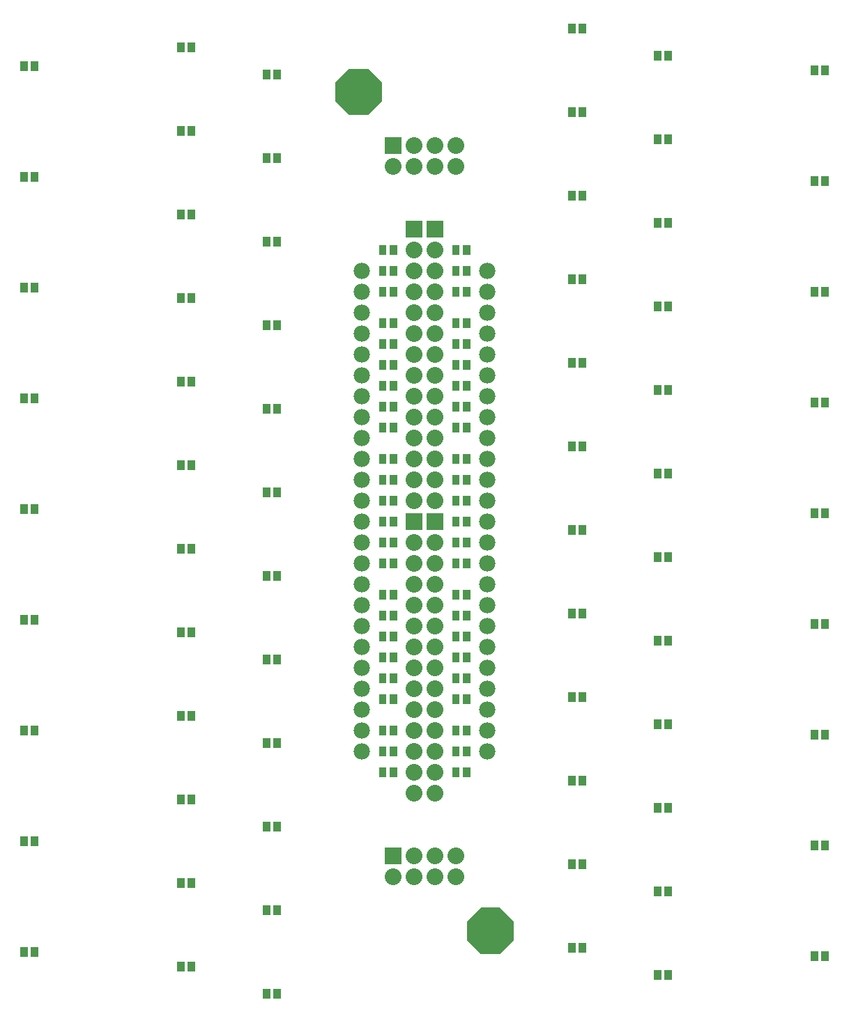
<source format=gbr>
G04 start of page 7 for group -4062 idx -4062 *
G04 Title: NVMemProg_Driver, soldermask *
G04 Creator: pcb 1.99z *
G04 CreationDate: Mon Nov  7 15:47:14 2016 UTC *
G04 For: wojtek *
G04 Format: Gerber/RS-274X *
G04 PCB-Dimensions (mil): 4291.34 5354.33 *
G04 PCB-Coordinate-Origin: lower left *
%MOIN*%
%FSLAX25Y25*%
%LNBOTTOMMASK*%
%ADD50C,0.0001*%
%ADD49C,0.0783*%
%ADD48C,0.0803*%
G54D48*X209567Y320748D03*
Y310748D03*
Y300748D03*
Y290748D03*
Y280748D03*
Y330748D03*
X219567D03*
Y350748D03*
Y340748D03*
Y320748D03*
Y310748D03*
Y300748D03*
Y290748D03*
G54D49*X184567Y300748D03*
Y290748D03*
Y280748D03*
Y270748D03*
Y260748D03*
Y250748D03*
Y240748D03*
Y230748D03*
Y220748D03*
Y210748D03*
Y200748D03*
Y190748D03*
Y180748D03*
Y170748D03*
Y160748D03*
Y150748D03*
G54D48*X209567Y270748D03*
X219567Y280748D03*
Y270748D03*
Y230748D03*
G54D50*G36*
X215551Y264764D02*Y256732D01*
X223583D01*
Y264764D01*
X215551D01*
G37*
G54D48*X219567Y250748D03*
Y240748D03*
G54D50*G36*
X205551Y264764D02*Y256732D01*
X213583D01*
Y264764D01*
X205551D01*
G37*
G54D48*X209567Y250748D03*
Y240748D03*
Y230748D03*
X219567Y220748D03*
Y210748D03*
Y200748D03*
Y190748D03*
Y180748D03*
Y170748D03*
Y160748D03*
Y150748D03*
Y140748D03*
Y130748D03*
Y100748D03*
X229567D03*
X219567Y90748D03*
X229567D03*
X209567Y220748D03*
Y210748D03*
Y200748D03*
Y190748D03*
Y180748D03*
Y170748D03*
Y160748D03*
Y150748D03*
Y140748D03*
Y130748D03*
G54D50*G36*
X195551Y104764D02*Y96732D01*
X203583D01*
Y104764D01*
X195551D01*
G37*
G54D48*X199567Y90748D03*
X209567Y100748D03*
Y90748D03*
Y370748D03*
Y360748D03*
Y350748D03*
Y340748D03*
G54D50*G36*
X205551Y404764D02*Y396732D01*
X213583D01*
Y404764D01*
X205551D01*
G37*
G54D48*X209567Y390748D03*
Y380748D03*
X219567Y390748D03*
Y380748D03*
Y370748D03*
Y360748D03*
G54D50*G36*
X215551Y404764D02*Y396732D01*
X223583D01*
Y404764D01*
X215551D01*
G37*
G36*
X195551Y444764D02*Y436732D01*
X203583D01*
Y444764D01*
X195551D01*
G37*
G54D48*X199567Y430748D03*
X209567Y440748D03*
Y430748D03*
X219567Y440748D03*
Y430748D03*
X229567Y440748D03*
Y430748D03*
G54D49*X184567Y380748D03*
Y370748D03*
Y360748D03*
Y350748D03*
Y340748D03*
Y330748D03*
Y320748D03*
Y310748D03*
X244567Y380748D03*
Y370748D03*
Y360748D03*
Y350748D03*
Y340748D03*
Y330748D03*
Y320748D03*
Y310748D03*
Y300748D03*
Y290748D03*
Y280748D03*
Y270748D03*
Y260748D03*
Y250748D03*
Y240748D03*
Y230748D03*
Y220748D03*
Y210748D03*
Y200748D03*
Y190748D03*
Y180748D03*
Y170748D03*
Y160748D03*
Y150748D03*
G54D50*G36*
X194094Y471102D02*X187637Y477559D01*
X178505D01*
X172047Y471102D01*
Y461969D01*
X178505Y455512D01*
X187637D01*
X194094Y461969D01*
Y471102D01*
G37*
G36*
X257087Y69527D02*X250629Y75984D01*
X241497D01*
X235039Y69527D01*
Y60395D01*
X241497Y53937D01*
X250629D01*
X257087Y60395D01*
Y69527D01*
G37*
G36*
X236402Y293016D02*X232850D01*
Y288480D01*
X236402D01*
Y293016D01*
G37*
G36*
X231284Y308016D02*X227732D01*
Y303480D01*
X231284D01*
Y308016D01*
G37*
G36*
Y328016D02*X227732D01*
Y323480D01*
X231284D01*
Y328016D01*
G37*
G36*
Y318016D02*X227732D01*
Y313480D01*
X231284D01*
Y318016D01*
G37*
G36*
X236402Y308016D02*X232850D01*
Y303480D01*
X236402D01*
Y308016D01*
G37*
G36*
Y328016D02*X232850D01*
Y323480D01*
X236402D01*
Y328016D01*
G37*
G36*
Y338016D02*X232850D01*
Y333480D01*
X236402D01*
Y338016D01*
G37*
G36*
Y348016D02*X232850D01*
Y343480D01*
X236402D01*
Y348016D01*
G37*
G36*
Y358016D02*X232850D01*
Y353480D01*
X236402D01*
Y358016D01*
G37*
G36*
Y318016D02*X232850D01*
Y313480D01*
X236402D01*
Y318016D01*
G37*
G36*
X231284Y338016D02*X227732D01*
Y333480D01*
X231284D01*
Y338016D01*
G37*
G36*
Y348016D02*X227732D01*
Y343480D01*
X231284D01*
Y348016D01*
G37*
G36*
Y358016D02*X227732D01*
Y353480D01*
X231284D01*
Y358016D01*
G37*
G36*
Y373016D02*X227732D01*
Y368480D01*
X231284D01*
Y373016D01*
G37*
G36*
Y383016D02*X227732D01*
Y378480D01*
X231284D01*
Y383016D01*
G37*
G36*
X236402Y373016D02*X232850D01*
Y368480D01*
X236402D01*
Y373016D01*
G37*
G36*
Y383016D02*X232850D01*
Y378480D01*
X236402D01*
Y383016D01*
G37*
G36*
X231284Y393016D02*X227732D01*
Y388480D01*
X231284D01*
Y393016D01*
G37*
G36*
X236402D02*X232850D01*
Y388480D01*
X236402D01*
Y393016D01*
G37*
G36*
X201402D02*X197850D01*
Y388480D01*
X201402D01*
Y393016D01*
G37*
G36*
Y373016D02*X197850D01*
Y368480D01*
X201402D01*
Y373016D01*
G37*
G36*
Y383016D02*X197850D01*
Y378480D01*
X201402D01*
Y383016D01*
G37*
G36*
X196284Y393016D02*X192732D01*
Y388480D01*
X196284D01*
Y393016D01*
G37*
G36*
Y373016D02*X192732D01*
Y368480D01*
X196284D01*
Y373016D01*
G37*
G36*
Y383016D02*X192732D01*
Y378480D01*
X196284D01*
Y383016D01*
G37*
G36*
X104902Y410016D02*X101350D01*
Y405480D01*
X104902D01*
Y410016D01*
G37*
G36*
X99784D02*X96232D01*
Y405480D01*
X99784D01*
Y410016D01*
G37*
G36*
X104902Y330016D02*X101350D01*
Y325480D01*
X104902D01*
Y330016D01*
G37*
G36*
X99784D02*X96232D01*
Y325480D01*
X99784D01*
Y330016D01*
G37*
G36*
X104902Y370016D02*X101350D01*
Y365480D01*
X104902D01*
Y370016D01*
G37*
G36*
X99784D02*X96232D01*
Y365480D01*
X99784D01*
Y370016D01*
G37*
G36*
X104902Y290016D02*X101350D01*
Y285480D01*
X104902D01*
Y290016D01*
G37*
G36*
X99784D02*X96232D01*
Y285480D01*
X99784D01*
Y290016D01*
G37*
G36*
Y250016D02*X96232D01*
Y245480D01*
X99784D01*
Y250016D01*
G37*
G36*
X104902Y210016D02*X101350D01*
Y205480D01*
X104902D01*
Y210016D01*
G37*
G36*
X99784D02*X96232D01*
Y205480D01*
X99784D01*
Y210016D01*
G37*
G36*
X104902Y250016D02*X101350D01*
Y245480D01*
X104902D01*
Y250016D01*
G37*
G36*
X145902Y397016D02*X142350D01*
Y392480D01*
X145902D01*
Y397016D01*
G37*
G36*
X140784D02*X137232D01*
Y392480D01*
X140784D01*
Y397016D01*
G37*
G36*
X145902Y317016D02*X142350D01*
Y312480D01*
X145902D01*
Y317016D01*
G37*
G36*
X140784D02*X137232D01*
Y312480D01*
X140784D01*
Y317016D01*
G37*
G36*
X145902Y357016D02*X142350D01*
Y352480D01*
X145902D01*
Y357016D01*
G37*
G36*
X140784D02*X137232D01*
Y352480D01*
X140784D01*
Y357016D01*
G37*
G36*
X145902Y277016D02*X142350D01*
Y272480D01*
X145902D01*
Y277016D01*
G37*
G36*
X140784D02*X137232D01*
Y272480D01*
X140784D01*
Y277016D01*
G37*
G36*
X145902Y197016D02*X142350D01*
Y192480D01*
X145902D01*
Y197016D01*
G37*
G36*
X140784D02*X137232D01*
Y192480D01*
X140784D01*
Y197016D01*
G37*
G36*
X145902Y237016D02*X142350D01*
Y232480D01*
X145902D01*
Y237016D01*
G37*
G36*
X140784D02*X137232D01*
Y232480D01*
X140784D01*
Y237016D01*
G37*
G36*
X145902Y477016D02*X142350D01*
Y472480D01*
X145902D01*
Y477016D01*
G37*
G36*
X140784D02*X137232D01*
Y472480D01*
X140784D01*
Y477016D01*
G37*
G36*
X104902Y490016D02*X101350D01*
Y485480D01*
X104902D01*
Y490016D01*
G37*
G36*
X99784D02*X96232D01*
Y485480D01*
X99784D01*
Y490016D01*
G37*
G36*
X104902Y450016D02*X101350D01*
Y445480D01*
X104902D01*
Y450016D01*
G37*
G36*
X99784D02*X96232D01*
Y445480D01*
X99784D01*
Y450016D01*
G37*
G36*
X145902Y437016D02*X142350D01*
Y432480D01*
X145902D01*
Y437016D01*
G37*
G36*
X140784D02*X137232D01*
Y432480D01*
X140784D01*
Y437016D01*
G37*
G36*
X24784Y481016D02*X21232D01*
Y476480D01*
X24784D01*
Y481016D01*
G37*
G36*
X29902D02*X26350D01*
Y476480D01*
X29902D01*
Y481016D01*
G37*
G36*
X24784Y428016D02*X21232D01*
Y423480D01*
X24784D01*
Y428016D01*
G37*
G36*
X29902D02*X26350D01*
Y423480D01*
X29902D01*
Y428016D01*
G37*
G36*
X24784Y375016D02*X21232D01*
Y370480D01*
X24784D01*
Y375016D01*
G37*
G36*
X29902D02*X26350D01*
Y370480D01*
X29902D01*
Y375016D01*
G37*
G36*
X201402Y308016D02*X197850D01*
Y303480D01*
X201402D01*
Y308016D01*
G37*
G36*
Y293016D02*X197850D01*
Y288480D01*
X201402D01*
Y293016D01*
G37*
G36*
Y283016D02*X197850D01*
Y278480D01*
X201402D01*
Y283016D01*
G37*
G36*
X196284Y308016D02*X192732D01*
Y303480D01*
X196284D01*
Y308016D01*
G37*
G36*
Y293016D02*X192732D01*
Y288480D01*
X196284D01*
Y293016D01*
G37*
G36*
Y283016D02*X192732D01*
Y278480D01*
X196284D01*
Y283016D01*
G37*
G36*
X201402Y318016D02*X197850D01*
Y313480D01*
X201402D01*
Y318016D01*
G37*
G36*
X196284D02*X192732D01*
Y313480D01*
X196284D01*
Y318016D01*
G37*
G36*
X201402Y328016D02*X197850D01*
Y323480D01*
X201402D01*
Y328016D01*
G37*
G36*
X196284D02*X192732D01*
Y323480D01*
X196284D01*
Y328016D01*
G37*
G36*
X201402Y338016D02*X197850D01*
Y333480D01*
X201402D01*
Y338016D01*
G37*
G36*
X196284D02*X192732D01*
Y333480D01*
X196284D01*
Y338016D01*
G37*
G36*
X201402Y348016D02*X197850D01*
Y343480D01*
X201402D01*
Y348016D01*
G37*
G36*
X196284D02*X192732D01*
Y343480D01*
X196284D01*
Y348016D01*
G37*
G36*
X201402Y358016D02*X197850D01*
Y353480D01*
X201402D01*
Y358016D01*
G37*
G36*
X196284D02*X192732D01*
Y353480D01*
X196284D01*
Y358016D01*
G37*
G36*
X24784Y216016D02*X21232D01*
Y211480D01*
X24784D01*
Y216016D01*
G37*
G36*
X29902D02*X26350D01*
Y211480D01*
X29902D01*
Y216016D01*
G37*
G36*
X24784Y269016D02*X21232D01*
Y264480D01*
X24784D01*
Y269016D01*
G37*
G36*
X29902D02*X26350D01*
Y264480D01*
X29902D01*
Y269016D01*
G37*
G36*
X24784Y322016D02*X21232D01*
Y317480D01*
X24784D01*
Y322016D01*
G37*
G36*
X29902D02*X26350D01*
Y317480D01*
X29902D01*
Y322016D01*
G37*
G36*
X231284Y228016D02*X227732D01*
Y223480D01*
X231284D01*
Y228016D01*
G37*
G36*
Y243016D02*X227732D01*
Y238480D01*
X231284D01*
Y243016D01*
G37*
G36*
Y253016D02*X227732D01*
Y248480D01*
X231284D01*
Y253016D01*
G37*
G36*
X236402Y228016D02*X232850D01*
Y223480D01*
X236402D01*
Y228016D01*
G37*
G36*
Y243016D02*X232850D01*
Y238480D01*
X236402D01*
Y243016D01*
G37*
G36*
Y253016D02*X232850D01*
Y248480D01*
X236402D01*
Y253016D01*
G37*
G36*
Y263016D02*X232850D01*
Y258480D01*
X236402D01*
Y263016D01*
G37*
G36*
Y273016D02*X232850D01*
Y268480D01*
X236402D01*
Y273016D01*
G37*
G36*
Y283016D02*X232850D01*
Y278480D01*
X236402D01*
Y283016D01*
G37*
G36*
X231284Y263016D02*X227732D01*
Y258480D01*
X231284D01*
Y263016D01*
G37*
G36*
Y273016D02*X227732D01*
Y268480D01*
X231284D01*
Y273016D01*
G37*
G36*
Y283016D02*X227732D01*
Y278480D01*
X231284D01*
Y283016D01*
G37*
G36*
Y293016D02*X227732D01*
Y288480D01*
X231284D01*
Y293016D01*
G37*
G36*
Y198016D02*X227732D01*
Y193480D01*
X231284D01*
Y198016D01*
G37*
G36*
X236402D02*X232850D01*
Y193480D01*
X236402D01*
Y198016D01*
G37*
G36*
X231284Y208016D02*X227732D01*
Y203480D01*
X231284D01*
Y208016D01*
G37*
G36*
X236402D02*X232850D01*
Y203480D01*
X236402D01*
Y208016D01*
G37*
G36*
X231284Y178016D02*X227732D01*
Y173480D01*
X231284D01*
Y178016D01*
G37*
G36*
X236402D02*X232850D01*
Y173480D01*
X236402D01*
Y178016D01*
G37*
G36*
X231284Y188016D02*X227732D01*
Y183480D01*
X231284D01*
Y188016D01*
G37*
G36*
X236402D02*X232850D01*
Y183480D01*
X236402D01*
Y188016D01*
G37*
G36*
X231284Y218016D02*X227732D01*
Y213480D01*
X231284D01*
Y218016D01*
G37*
G36*
X236402D02*X232850D01*
Y213480D01*
X236402D01*
Y218016D01*
G37*
G36*
X231284Y143016D02*X227732D01*
Y138480D01*
X231284D01*
Y143016D01*
G37*
G36*
Y153016D02*X227732D01*
Y148480D01*
X231284D01*
Y153016D01*
G37*
G36*
Y163016D02*X227732D01*
Y158480D01*
X231284D01*
Y163016D01*
G37*
G36*
X201402Y273016D02*X197850D01*
Y268480D01*
X201402D01*
Y273016D01*
G37*
G36*
Y263016D02*X197850D01*
Y258480D01*
X201402D01*
Y263016D01*
G37*
G36*
Y253016D02*X197850D01*
Y248480D01*
X201402D01*
Y253016D01*
G37*
G36*
Y243016D02*X197850D01*
Y238480D01*
X201402D01*
Y243016D01*
G37*
G36*
X196284Y273016D02*X192732D01*
Y268480D01*
X196284D01*
Y273016D01*
G37*
G36*
Y263016D02*X192732D01*
Y258480D01*
X196284D01*
Y263016D01*
G37*
G36*
Y253016D02*X192732D01*
Y248480D01*
X196284D01*
Y253016D01*
G37*
G36*
Y243016D02*X192732D01*
Y238480D01*
X196284D01*
Y243016D01*
G37*
G36*
X201402Y228016D02*X197850D01*
Y223480D01*
X201402D01*
Y228016D01*
G37*
G36*
Y218016D02*X197850D01*
Y213480D01*
X201402D01*
Y218016D01*
G37*
G36*
Y198016D02*X197850D01*
Y193480D01*
X201402D01*
Y198016D01*
G37*
G36*
Y188016D02*X197850D01*
Y183480D01*
X201402D01*
Y188016D01*
G37*
G36*
Y208016D02*X197850D01*
Y203480D01*
X201402D01*
Y208016D01*
G37*
G36*
X196284Y178016D02*X192732D01*
Y173480D01*
X196284D01*
Y178016D01*
G37*
G36*
Y143016D02*X192732D01*
Y138480D01*
X196284D01*
Y143016D01*
G37*
G36*
Y153016D02*X192732D01*
Y148480D01*
X196284D01*
Y153016D01*
G37*
G36*
Y163016D02*X192732D01*
Y158480D01*
X196284D01*
Y163016D01*
G37*
G36*
Y198016D02*X192732D01*
Y193480D01*
X196284D01*
Y198016D01*
G37*
G36*
Y188016D02*X192732D01*
Y183480D01*
X196284D01*
Y188016D01*
G37*
G36*
Y228016D02*X192732D01*
Y223480D01*
X196284D01*
Y228016D01*
G37*
G36*
Y218016D02*X192732D01*
Y213480D01*
X196284D01*
Y218016D01*
G37*
G36*
Y208016D02*X192732D01*
Y203480D01*
X196284D01*
Y208016D01*
G37*
G36*
X201402Y178016D02*X197850D01*
Y173480D01*
X201402D01*
Y178016D01*
G37*
G36*
Y143016D02*X197850D01*
Y138480D01*
X201402D01*
Y143016D01*
G37*
G36*
Y153016D02*X197850D01*
Y148480D01*
X201402D01*
Y153016D01*
G37*
G36*
Y163016D02*X197850D01*
Y158480D01*
X201402D01*
Y163016D01*
G37*
G36*
X140784Y77016D02*X137232D01*
Y72480D01*
X140784D01*
Y77016D01*
G37*
G36*
Y37016D02*X137232D01*
Y32480D01*
X140784D01*
Y37016D01*
G37*
G36*
X145902D02*X142350D01*
Y32480D01*
X145902D01*
Y37016D01*
G37*
G36*
Y77016D02*X142350D01*
Y72480D01*
X145902D01*
Y77016D01*
G37*
G36*
Y117016D02*X142350D01*
Y112480D01*
X145902D01*
Y117016D01*
G37*
G36*
X140784D02*X137232D01*
Y112480D01*
X140784D01*
Y117016D01*
G37*
G36*
X145902Y157016D02*X142350D01*
Y152480D01*
X145902D01*
Y157016D01*
G37*
G36*
X140784D02*X137232D01*
Y152480D01*
X140784D01*
Y157016D01*
G37*
G36*
X236402Y143016D02*X232850D01*
Y138480D01*
X236402D01*
Y143016D01*
G37*
G36*
Y153016D02*X232850D01*
Y148480D01*
X236402D01*
Y153016D01*
G37*
G36*
Y163016D02*X232850D01*
Y158480D01*
X236402D01*
Y163016D01*
G37*
G36*
X104902Y170016D02*X101350D01*
Y165480D01*
X104902D01*
Y170016D01*
G37*
G36*
X99784D02*X96232D01*
Y165480D01*
X99784D01*
Y170016D01*
G37*
G36*
X104902Y90016D02*X101350D01*
Y85480D01*
X104902D01*
Y90016D01*
G37*
G36*
X99784D02*X96232D01*
Y85480D01*
X99784D01*
Y90016D01*
G37*
G36*
X104902Y50016D02*X101350D01*
Y45480D01*
X104902D01*
Y50016D01*
G37*
G36*
X99784D02*X96232D01*
Y45480D01*
X99784D01*
Y50016D01*
G37*
G36*
X104902Y130016D02*X101350D01*
Y125480D01*
X104902D01*
Y130016D01*
G37*
G36*
X99784D02*X96232D01*
Y125480D01*
X99784D01*
Y130016D01*
G37*
G36*
X24784Y110016D02*X21232D01*
Y105480D01*
X24784D01*
Y110016D01*
G37*
G36*
X29902D02*X26350D01*
Y105480D01*
X29902D01*
Y110016D01*
G37*
G36*
X24784Y163016D02*X21232D01*
Y158480D01*
X24784D01*
Y163016D01*
G37*
G36*
X29902D02*X26350D01*
Y158480D01*
X29902D01*
Y163016D01*
G37*
G36*
X24784Y57016D02*X21232D01*
Y52480D01*
X24784D01*
Y57016D01*
G37*
G36*
X29902D02*X26350D01*
Y52480D01*
X29902D01*
Y57016D01*
G37*
G36*
X327784Y286016D02*X324232D01*
Y281480D01*
X327784D01*
Y286016D01*
G37*
G36*
X332902D02*X329350D01*
Y281480D01*
X332902D01*
Y286016D01*
G37*
G36*
X327784Y246016D02*X324232D01*
Y241480D01*
X327784D01*
Y246016D01*
G37*
G36*
X332902D02*X329350D01*
Y241480D01*
X332902D01*
Y246016D01*
G37*
G36*
Y206016D02*X329350D01*
Y201480D01*
X332902D01*
Y206016D01*
G37*
G36*
X327784Y166016D02*X324232D01*
Y161480D01*
X327784D01*
Y166016D01*
G37*
G36*
X332902D02*X329350D01*
Y161480D01*
X332902D01*
Y166016D01*
G37*
G36*
X286784Y259016D02*X283232D01*
Y254480D01*
X286784D01*
Y259016D01*
G37*
G36*
X291902D02*X288350D01*
Y254480D01*
X291902D01*
Y259016D01*
G37*
G36*
X327784Y366016D02*X324232D01*
Y361480D01*
X327784D01*
Y366016D01*
G37*
G36*
Y406016D02*X324232D01*
Y401480D01*
X327784D01*
Y406016D01*
G37*
G36*
X332902Y366016D02*X329350D01*
Y361480D01*
X332902D01*
Y366016D01*
G37*
G36*
Y406016D02*X329350D01*
Y401480D01*
X332902D01*
Y406016D01*
G37*
G36*
X327784Y326016D02*X324232D01*
Y321480D01*
X327784D01*
Y326016D01*
G37*
G36*
X332902D02*X329350D01*
Y321480D01*
X332902D01*
Y326016D01*
G37*
G36*
X286784Y179016D02*X283232D01*
Y174480D01*
X286784D01*
Y179016D01*
G37*
G36*
X291902D02*X288350D01*
Y174480D01*
X291902D01*
Y179016D01*
G37*
G36*
X286784Y139016D02*X283232D01*
Y134480D01*
X286784D01*
Y139016D01*
G37*
G36*
X291902D02*X288350D01*
Y134480D01*
X291902D01*
Y139016D01*
G37*
G36*
X286784Y419016D02*X283232D01*
Y414480D01*
X286784D01*
Y419016D01*
G37*
G36*
X291902D02*X288350D01*
Y414480D01*
X291902D01*
Y419016D01*
G37*
G36*
X286784Y339016D02*X283232D01*
Y334480D01*
X286784D01*
Y339016D01*
G37*
G36*
X291902D02*X288350D01*
Y334480D01*
X291902D01*
Y339016D01*
G37*
G36*
X286784Y379016D02*X283232D01*
Y374480D01*
X286784D01*
Y379016D01*
G37*
G36*
X291902D02*X288350D01*
Y374480D01*
X291902D01*
Y379016D01*
G37*
G36*
X286784Y299016D02*X283232D01*
Y294480D01*
X286784D01*
Y299016D01*
G37*
G36*
X291902D02*X288350D01*
Y294480D01*
X291902D01*
Y299016D01*
G37*
G36*
X286784Y219016D02*X283232D01*
Y214480D01*
X286784D01*
Y219016D01*
G37*
G36*
X291902D02*X288350D01*
Y214480D01*
X291902D01*
Y219016D01*
G37*
G36*
X327784Y206016D02*X324232D01*
Y201480D01*
X327784D01*
Y206016D01*
G37*
G36*
X332902Y126016D02*X329350D01*
Y121480D01*
X332902D01*
Y126016D01*
G37*
G36*
X327784D02*X324232D01*
Y121480D01*
X327784D01*
Y126016D01*
G37*
G36*
Y46016D02*X324232D01*
Y41480D01*
X327784D01*
Y46016D01*
G37*
G36*
X332902D02*X329350D01*
Y41480D01*
X332902D01*
Y46016D01*
G37*
G36*
X327784Y86016D02*X324232D01*
Y81480D01*
X327784D01*
Y86016D01*
G37*
G36*
X332902D02*X329350D01*
Y81480D01*
X332902D01*
Y86016D01*
G37*
G36*
X286784Y99016D02*X283232D01*
Y94480D01*
X286784D01*
Y99016D01*
G37*
G36*
X291902D02*X288350D01*
Y94480D01*
X291902D01*
Y99016D01*
G37*
G36*
X286784Y59016D02*X283232D01*
Y54480D01*
X286784D01*
Y59016D01*
G37*
G36*
X291902D02*X288350D01*
Y54480D01*
X291902D01*
Y59016D01*
G37*
G36*
X286784Y499016D02*X283232D01*
Y494480D01*
X286784D01*
Y499016D01*
G37*
G36*
X291902D02*X288350D01*
Y494480D01*
X291902D01*
Y499016D01*
G37*
G36*
X286784Y459016D02*X283232D01*
Y454480D01*
X286784D01*
Y459016D01*
G37*
G36*
X291902D02*X288350D01*
Y454480D01*
X291902D01*
Y459016D01*
G37*
G36*
X327784Y446016D02*X324232D01*
Y441480D01*
X327784D01*
Y446016D01*
G37*
G36*
X332902D02*X329350D01*
Y441480D01*
X332902D01*
Y446016D01*
G37*
G36*
Y486016D02*X329350D01*
Y481480D01*
X332902D01*
Y486016D01*
G37*
G36*
X327784D02*X324232D01*
Y481480D01*
X327784D01*
Y486016D01*
G37*
G36*
X407902Y426016D02*X404350D01*
Y421480D01*
X407902D01*
Y426016D01*
G37*
G36*
X402784D02*X399232D01*
Y421480D01*
X402784D01*
Y426016D01*
G37*
G36*
X407902Y479016D02*X404350D01*
Y474480D01*
X407902D01*
Y479016D01*
G37*
G36*
X402784D02*X399232D01*
Y474480D01*
X402784D01*
Y479016D01*
G37*
G36*
X407902Y161016D02*X404350D01*
Y156480D01*
X407902D01*
Y161016D01*
G37*
G36*
X402784D02*X399232D01*
Y156480D01*
X402784D01*
Y161016D01*
G37*
G36*
X407902Y108016D02*X404350D01*
Y103480D01*
X407902D01*
Y108016D01*
G37*
G36*
X402784D02*X399232D01*
Y103480D01*
X402784D01*
Y108016D01*
G37*
G36*
X407902Y55016D02*X404350D01*
Y50480D01*
X407902D01*
Y55016D01*
G37*
G36*
X402784D02*X399232D01*
Y50480D01*
X402784D01*
Y55016D01*
G37*
G36*
X407902Y214016D02*X404350D01*
Y209480D01*
X407902D01*
Y214016D01*
G37*
G36*
X402784D02*X399232D01*
Y209480D01*
X402784D01*
Y214016D01*
G37*
G36*
X407902Y320016D02*X404350D01*
Y315480D01*
X407902D01*
Y320016D01*
G37*
G36*
X402784D02*X399232D01*
Y315480D01*
X402784D01*
Y320016D01*
G37*
G36*
X407902Y373016D02*X404350D01*
Y368480D01*
X407902D01*
Y373016D01*
G37*
G36*
X402784D02*X399232D01*
Y368480D01*
X402784D01*
Y373016D01*
G37*
G36*
X407902Y267016D02*X404350D01*
Y262480D01*
X407902D01*
Y267016D01*
G37*
G36*
X402784D02*X399232D01*
Y262480D01*
X402784D01*
Y267016D01*
G37*
M02*

</source>
